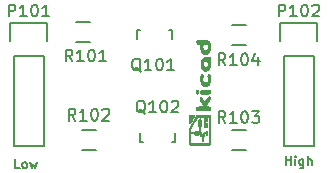
<source format=gto>
G04 #@! TF.FileFunction,Legend,Top*
%FSLAX46Y46*%
G04 Gerber Fmt 4.6, Leading zero omitted, Abs format (unit mm)*
G04 Created by KiCad (PCBNEW 0.201503020946+5465~21~ubuntu14.04.1-product) date Fri 20 Mar 2015 18:21:47 CET*
%MOMM*%
G01*
G04 APERTURE LIST*
%ADD10C,0.100000*%
%ADD11C,0.127000*%
%ADD12C,0.150000*%
G04 APERTURE END LIST*
D10*
D11*
X171631429Y-117184714D02*
X171631429Y-116422714D01*
X171631429Y-116785571D02*
X172066857Y-116785571D01*
X172066857Y-117184714D02*
X172066857Y-116422714D01*
X172429715Y-117184714D02*
X172429715Y-116676714D01*
X172429715Y-116422714D02*
X172393429Y-116459000D01*
X172429715Y-116495286D01*
X172466000Y-116459000D01*
X172429715Y-116422714D01*
X172429715Y-116495286D01*
X173119143Y-116676714D02*
X173119143Y-117293571D01*
X173082857Y-117366143D01*
X173046572Y-117402429D01*
X172974000Y-117438714D01*
X172865143Y-117438714D01*
X172792572Y-117402429D01*
X173119143Y-117148429D02*
X173046572Y-117184714D01*
X172901429Y-117184714D01*
X172828857Y-117148429D01*
X172792572Y-117112143D01*
X172756286Y-117039571D01*
X172756286Y-116821857D01*
X172792572Y-116749286D01*
X172828857Y-116713000D01*
X172901429Y-116676714D01*
X173046572Y-116676714D01*
X173119143Y-116713000D01*
X173482001Y-117184714D02*
X173482001Y-116422714D01*
X173808572Y-117184714D02*
X173808572Y-116785571D01*
X173772286Y-116713000D01*
X173699715Y-116676714D01*
X173590858Y-116676714D01*
X173518286Y-116713000D01*
X173482001Y-116749286D01*
X149098000Y-117438714D02*
X148735143Y-117438714D01*
X148735143Y-116676714D01*
X149460857Y-117438714D02*
X149388285Y-117402429D01*
X149352000Y-117366143D01*
X149315714Y-117293571D01*
X149315714Y-117075857D01*
X149352000Y-117003286D01*
X149388285Y-116967000D01*
X149460857Y-116930714D01*
X149569714Y-116930714D01*
X149642285Y-116967000D01*
X149678571Y-117003286D01*
X149714857Y-117075857D01*
X149714857Y-117293571D01*
X149678571Y-117366143D01*
X149642285Y-117402429D01*
X149569714Y-117438714D01*
X149460857Y-117438714D01*
X149968857Y-116930714D02*
X150114000Y-117438714D01*
X150259143Y-117075857D01*
X150404286Y-117438714D01*
X150549429Y-116930714D01*
D12*
X151130000Y-107950000D02*
X151130000Y-115570000D01*
X148590000Y-107950000D02*
X148590000Y-115570000D01*
X148310000Y-105130000D02*
X148310000Y-106680000D01*
X151130000Y-115570000D02*
X148590000Y-115570000D01*
X148590000Y-107950000D02*
X151130000Y-107950000D01*
X151410000Y-106680000D02*
X151410000Y-105130000D01*
X151410000Y-105130000D02*
X148310000Y-105130000D01*
X173990000Y-107950000D02*
X173990000Y-115570000D01*
X171450000Y-107950000D02*
X171450000Y-115570000D01*
X171170000Y-105130000D02*
X171170000Y-106680000D01*
X173990000Y-115570000D02*
X171450000Y-115570000D01*
X171450000Y-107950000D02*
X173990000Y-107950000D01*
X174270000Y-106680000D02*
X174270000Y-105130000D01*
X174270000Y-105130000D02*
X171170000Y-105130000D01*
X155032000Y-106793000D02*
X153832000Y-106793000D01*
X153832000Y-105043000D02*
X155032000Y-105043000D01*
X155540000Y-115937000D02*
X154340000Y-115937000D01*
X154340000Y-114187000D02*
X155540000Y-114187000D01*
X167040000Y-114187000D02*
X168240000Y-114187000D01*
X168240000Y-115937000D02*
X167040000Y-115937000D01*
X167040000Y-105297000D02*
X168240000Y-105297000D01*
X168240000Y-107047000D02*
X167040000Y-107047000D01*
X161827160Y-105775760D02*
X161778900Y-105775760D01*
X159028180Y-106476800D02*
X159028180Y-105775760D01*
X159028180Y-105775760D02*
X159277100Y-105775760D01*
X161827160Y-105775760D02*
X162027820Y-105775760D01*
X162027820Y-105775760D02*
X162027820Y-106476800D01*
X159482840Y-115204240D02*
X159531100Y-115204240D01*
X162281820Y-114503200D02*
X162281820Y-115204240D01*
X162281820Y-115204240D02*
X162032900Y-115204240D01*
X159482840Y-115204240D02*
X159282180Y-115204240D01*
X159282180Y-115204240D02*
X159282180Y-114503200D01*
D10*
G36*
X164886684Y-108053098D02*
X164978911Y-108054393D01*
X164980716Y-108054438D01*
X165203385Y-108060067D01*
X165227892Y-108107578D01*
X165249346Y-108171529D01*
X165251296Y-108238357D01*
X165233886Y-108302293D01*
X165222515Y-108324146D01*
X165204016Y-108357583D01*
X165200368Y-108373334D01*
X164826460Y-108373334D01*
X164756771Y-108378663D01*
X164703203Y-108395729D01*
X164662487Y-108426146D01*
X164632631Y-108469070D01*
X164608583Y-108538194D01*
X164601208Y-108615951D01*
X164609529Y-108694195D01*
X164632569Y-108764778D01*
X164669350Y-108819555D01*
X164675370Y-108825345D01*
X164708353Y-108843636D01*
X164754694Y-108854678D01*
X164808155Y-108858566D01*
X164862499Y-108855395D01*
X164911490Y-108845260D01*
X164948890Y-108828255D01*
X164957725Y-108821054D01*
X165000075Y-108764260D01*
X165027524Y-108694772D01*
X165039139Y-108618979D01*
X165033985Y-108543269D01*
X165011129Y-108474030D01*
X165009047Y-108469980D01*
X164976100Y-108422952D01*
X164933817Y-108392482D01*
X164878637Y-108376686D01*
X164826460Y-108373334D01*
X165200368Y-108373334D01*
X165198190Y-108382738D01*
X165202931Y-108414569D01*
X165207275Y-108432366D01*
X165214957Y-108480818D01*
X165220212Y-108548715D01*
X165221911Y-108614090D01*
X165220042Y-108692662D01*
X165212941Y-108755166D01*
X165198347Y-108819036D01*
X165192766Y-108839001D01*
X165149615Y-108957431D01*
X165094995Y-109050265D01*
X165028022Y-109118292D01*
X164947811Y-109162301D01*
X164853480Y-109183081D01*
X164805360Y-109185059D01*
X164723093Y-109176125D01*
X164652642Y-109148498D01*
X164587777Y-109099057D01*
X164547369Y-109055767D01*
X164489813Y-108969027D01*
X164448324Y-108866938D01*
X164422655Y-108754346D01*
X164412562Y-108636097D01*
X164417799Y-108517038D01*
X164438120Y-108402014D01*
X164473280Y-108295872D01*
X164523034Y-108203457D01*
X164587136Y-108129616D01*
X164594611Y-108123202D01*
X164626769Y-108099650D01*
X164661646Y-108081538D01*
X164702159Y-108068347D01*
X164751225Y-108059556D01*
X164811761Y-108054646D01*
X164886684Y-108053098D01*
X164886684Y-108053098D01*
X164886684Y-108053098D01*
G37*
X164886684Y-108053098D02*
X164978911Y-108054393D01*
X164980716Y-108054438D01*
X165203385Y-108060067D01*
X165227892Y-108107578D01*
X165249346Y-108171529D01*
X165251296Y-108238357D01*
X165233886Y-108302293D01*
X165222515Y-108324146D01*
X165204016Y-108357583D01*
X165200368Y-108373334D01*
X164826460Y-108373334D01*
X164756771Y-108378663D01*
X164703203Y-108395729D01*
X164662487Y-108426146D01*
X164632631Y-108469070D01*
X164608583Y-108538194D01*
X164601208Y-108615951D01*
X164609529Y-108694195D01*
X164632569Y-108764778D01*
X164669350Y-108819555D01*
X164675370Y-108825345D01*
X164708353Y-108843636D01*
X164754694Y-108854678D01*
X164808155Y-108858566D01*
X164862499Y-108855395D01*
X164911490Y-108845260D01*
X164948890Y-108828255D01*
X164957725Y-108821054D01*
X165000075Y-108764260D01*
X165027524Y-108694772D01*
X165039139Y-108618979D01*
X165033985Y-108543269D01*
X165011129Y-108474030D01*
X165009047Y-108469980D01*
X164976100Y-108422952D01*
X164933817Y-108392482D01*
X164878637Y-108376686D01*
X164826460Y-108373334D01*
X165200368Y-108373334D01*
X165198190Y-108382738D01*
X165202931Y-108414569D01*
X165207275Y-108432366D01*
X165214957Y-108480818D01*
X165220212Y-108548715D01*
X165221911Y-108614090D01*
X165220042Y-108692662D01*
X165212941Y-108755166D01*
X165198347Y-108819036D01*
X165192766Y-108839001D01*
X165149615Y-108957431D01*
X165094995Y-109050265D01*
X165028022Y-109118292D01*
X164947811Y-109162301D01*
X164853480Y-109183081D01*
X164805360Y-109185059D01*
X164723093Y-109176125D01*
X164652642Y-109148498D01*
X164587777Y-109099057D01*
X164547369Y-109055767D01*
X164489813Y-108969027D01*
X164448324Y-108866938D01*
X164422655Y-108754346D01*
X164412562Y-108636097D01*
X164417799Y-108517038D01*
X164438120Y-108402014D01*
X164473280Y-108295872D01*
X164523034Y-108203457D01*
X164587136Y-108129616D01*
X164594611Y-108123202D01*
X164626769Y-108099650D01*
X164661646Y-108081538D01*
X164702159Y-108068347D01*
X164751225Y-108059556D01*
X164811761Y-108054646D01*
X164886684Y-108053098D01*
X164886684Y-108053098D01*
G36*
X165131435Y-111336667D02*
X165162213Y-111350594D01*
X165193433Y-111385698D01*
X165217621Y-111431965D01*
X165226063Y-111463475D01*
X165229040Y-111498170D01*
X165225998Y-111531994D01*
X165215311Y-111568042D01*
X165195353Y-111609407D01*
X165164498Y-111659185D01*
X165121122Y-111720469D01*
X165063599Y-111796354D01*
X165025590Y-111845120D01*
X164973624Y-111912129D01*
X164927560Y-111972970D01*
X164889721Y-112024456D01*
X164862427Y-112063403D01*
X164848000Y-112086624D01*
X164846324Y-112091112D01*
X164852915Y-112112738D01*
X164869908Y-112146348D01*
X164879020Y-112161587D01*
X164893182Y-112183258D01*
X164906353Y-112198142D01*
X164922665Y-112207725D01*
X164946247Y-112213491D01*
X164981232Y-112216927D01*
X165031752Y-112219516D01*
X165041354Y-112219942D01*
X165095134Y-112222705D01*
X165132580Y-112226214D01*
X165157677Y-112231708D01*
X165174407Y-112240424D01*
X165186757Y-112253601D01*
X165196048Y-112268001D01*
X165218603Y-112323941D01*
X165228120Y-112388059D01*
X165222859Y-112445800D01*
X165208772Y-112482462D01*
X165191572Y-112513534D01*
X165186105Y-112520913D01*
X165179252Y-112527135D01*
X165169351Y-112532298D01*
X165154738Y-112536500D01*
X165133749Y-112539842D01*
X165104722Y-112542421D01*
X165065993Y-112544335D01*
X165015898Y-112545684D01*
X164952774Y-112546566D01*
X164874959Y-112547080D01*
X164780788Y-112547324D01*
X164668598Y-112547397D01*
X164620450Y-112547400D01*
X164071913Y-112547400D01*
X164047527Y-112496600D01*
X164028719Y-112435207D01*
X164024740Y-112368039D01*
X164034669Y-112304813D01*
X164057582Y-112255244D01*
X164071909Y-112239962D01*
X164086290Y-112235982D01*
X164118173Y-112231807D01*
X164164740Y-112227653D01*
X164223175Y-112223734D01*
X164290660Y-112220267D01*
X164364379Y-112217467D01*
X164367342Y-112217374D01*
X164645604Y-112208734D01*
X164493324Y-111927894D01*
X164448617Y-111844025D01*
X164408479Y-111766033D01*
X164375002Y-111698199D01*
X164350274Y-111644803D01*
X164336384Y-111610124D01*
X164334270Y-111602070D01*
X164334000Y-111548377D01*
X164344845Y-111489945D01*
X164363302Y-111441434D01*
X164377111Y-111422697D01*
X164402143Y-111409456D01*
X164430318Y-111404400D01*
X164445085Y-111407444D01*
X164461102Y-111418494D01*
X164480298Y-111440426D01*
X164504604Y-111476117D01*
X164535949Y-111528446D01*
X164576261Y-111600289D01*
X164627471Y-111694522D01*
X164637980Y-111714056D01*
X164708840Y-111845912D01*
X164810440Y-111713384D01*
X164887578Y-111613014D01*
X164950504Y-111531829D01*
X165000883Y-111467878D01*
X165040377Y-111419207D01*
X165070650Y-111383863D01*
X165093367Y-111359894D01*
X165110191Y-111345347D01*
X165122786Y-111338269D01*
X165131435Y-111336667D01*
X165131435Y-111336667D01*
X165131435Y-111336667D01*
G37*
X165131435Y-111336667D02*
X165162213Y-111350594D01*
X165193433Y-111385698D01*
X165217621Y-111431965D01*
X165226063Y-111463475D01*
X165229040Y-111498170D01*
X165225998Y-111531994D01*
X165215311Y-111568042D01*
X165195353Y-111609407D01*
X165164498Y-111659185D01*
X165121122Y-111720469D01*
X165063599Y-111796354D01*
X165025590Y-111845120D01*
X164973624Y-111912129D01*
X164927560Y-111972970D01*
X164889721Y-112024456D01*
X164862427Y-112063403D01*
X164848000Y-112086624D01*
X164846324Y-112091112D01*
X164852915Y-112112738D01*
X164869908Y-112146348D01*
X164879020Y-112161587D01*
X164893182Y-112183258D01*
X164906353Y-112198142D01*
X164922665Y-112207725D01*
X164946247Y-112213491D01*
X164981232Y-112216927D01*
X165031752Y-112219516D01*
X165041354Y-112219942D01*
X165095134Y-112222705D01*
X165132580Y-112226214D01*
X165157677Y-112231708D01*
X165174407Y-112240424D01*
X165186757Y-112253601D01*
X165196048Y-112268001D01*
X165218603Y-112323941D01*
X165228120Y-112388059D01*
X165222859Y-112445800D01*
X165208772Y-112482462D01*
X165191572Y-112513534D01*
X165186105Y-112520913D01*
X165179252Y-112527135D01*
X165169351Y-112532298D01*
X165154738Y-112536500D01*
X165133749Y-112539842D01*
X165104722Y-112542421D01*
X165065993Y-112544335D01*
X165015898Y-112545684D01*
X164952774Y-112546566D01*
X164874959Y-112547080D01*
X164780788Y-112547324D01*
X164668598Y-112547397D01*
X164620450Y-112547400D01*
X164071913Y-112547400D01*
X164047527Y-112496600D01*
X164028719Y-112435207D01*
X164024740Y-112368039D01*
X164034669Y-112304813D01*
X164057582Y-112255244D01*
X164071909Y-112239962D01*
X164086290Y-112235982D01*
X164118173Y-112231807D01*
X164164740Y-112227653D01*
X164223175Y-112223734D01*
X164290660Y-112220267D01*
X164364379Y-112217467D01*
X164367342Y-112217374D01*
X164645604Y-112208734D01*
X164493324Y-111927894D01*
X164448617Y-111844025D01*
X164408479Y-111766033D01*
X164375002Y-111698199D01*
X164350274Y-111644803D01*
X164336384Y-111610124D01*
X164334270Y-111602070D01*
X164334000Y-111548377D01*
X164344845Y-111489945D01*
X164363302Y-111441434D01*
X164377111Y-111422697D01*
X164402143Y-111409456D01*
X164430318Y-111404400D01*
X164445085Y-111407444D01*
X164461102Y-111418494D01*
X164480298Y-111440426D01*
X164504604Y-111476117D01*
X164535949Y-111528446D01*
X164576261Y-111600289D01*
X164627471Y-111694522D01*
X164637980Y-111714056D01*
X164708840Y-111845912D01*
X164810440Y-111713384D01*
X164887578Y-111613014D01*
X164950504Y-111531829D01*
X165000883Y-111467878D01*
X165040377Y-111419207D01*
X165070650Y-111383863D01*
X165093367Y-111359894D01*
X165110191Y-111345347D01*
X165122786Y-111338269D01*
X165131435Y-111336667D01*
X165131435Y-111336667D01*
G36*
X164632803Y-110796952D02*
X164706345Y-110797337D01*
X164797584Y-110798355D01*
X164817842Y-110798618D01*
X165170684Y-110803267D01*
X165196055Y-110845600D01*
X165218606Y-110901545D01*
X165228119Y-110965665D01*
X165222859Y-111023400D01*
X165208773Y-111060069D01*
X165191585Y-111091134D01*
X165184701Y-111100190D01*
X165175957Y-111107516D01*
X165163229Y-111113330D01*
X165144395Y-111117848D01*
X165117330Y-111121290D01*
X165079912Y-111123873D01*
X165030017Y-111125814D01*
X164965522Y-111127331D01*
X164884304Y-111128643D01*
X164817006Y-111129546D01*
X164722099Y-111130644D01*
X164645317Y-111131136D01*
X164584469Y-111130880D01*
X164537361Y-111129732D01*
X164501800Y-111127547D01*
X164475594Y-111124183D01*
X164456550Y-111119495D01*
X164442476Y-111113340D01*
X164431179Y-111105574D01*
X164429451Y-111104146D01*
X164394671Y-111059270D01*
X164376382Y-111002158D01*
X164374578Y-110940346D01*
X164389250Y-110881371D01*
X164420395Y-110832770D01*
X164429692Y-110824018D01*
X164440635Y-110815960D01*
X164453955Y-110809538D01*
X164471839Y-110804608D01*
X164496477Y-110801028D01*
X164530058Y-110798654D01*
X164574770Y-110797343D01*
X164632803Y-110796952D01*
X164632803Y-110796952D01*
X164632803Y-110796952D01*
G37*
X164632803Y-110796952D02*
X164706345Y-110797337D01*
X164797584Y-110798355D01*
X164817842Y-110798618D01*
X165170684Y-110803267D01*
X165196055Y-110845600D01*
X165218606Y-110901545D01*
X165228119Y-110965665D01*
X165222859Y-111023400D01*
X165208773Y-111060069D01*
X165191585Y-111091134D01*
X165184701Y-111100190D01*
X165175957Y-111107516D01*
X165163229Y-111113330D01*
X165144395Y-111117848D01*
X165117330Y-111121290D01*
X165079912Y-111123873D01*
X165030017Y-111125814D01*
X164965522Y-111127331D01*
X164884304Y-111128643D01*
X164817006Y-111129546D01*
X164722099Y-111130644D01*
X164645317Y-111131136D01*
X164584469Y-111130880D01*
X164537361Y-111129732D01*
X164501800Y-111127547D01*
X164475594Y-111124183D01*
X164456550Y-111119495D01*
X164442476Y-111113340D01*
X164431179Y-111105574D01*
X164429451Y-111104146D01*
X164394671Y-111059270D01*
X164376382Y-111002158D01*
X164374578Y-110940346D01*
X164389250Y-110881371D01*
X164420395Y-110832770D01*
X164429692Y-110824018D01*
X164440635Y-110815960D01*
X164453955Y-110809538D01*
X164471839Y-110804608D01*
X164496477Y-110801028D01*
X164530058Y-110798654D01*
X164574770Y-110797343D01*
X164632803Y-110796952D01*
X164632803Y-110796952D01*
G36*
X164510243Y-109462359D02*
X164547485Y-109478410D01*
X164577634Y-109516253D01*
X164597934Y-109572496D01*
X164600756Y-109640654D01*
X164586749Y-109711616D01*
X164568381Y-109801354D01*
X164564640Y-109897235D01*
X164575005Y-109989243D01*
X164598958Y-110067362D01*
X164605951Y-110081601D01*
X164639195Y-110129242D01*
X164681139Y-110161105D01*
X164735329Y-110179022D01*
X164805315Y-110184827D01*
X164805747Y-110184829D01*
X164878152Y-110178373D01*
X164934619Y-110157180D01*
X164977992Y-110119448D01*
X165011112Y-110063375D01*
X165016097Y-110051463D01*
X165033432Y-109982033D01*
X165039708Y-109896606D01*
X165034824Y-109807709D01*
X165018720Y-109728000D01*
X165002344Y-109660663D01*
X165000166Y-109604650D01*
X165011818Y-109547678D01*
X165013160Y-109543278D01*
X165038595Y-109494780D01*
X165074417Y-109467118D01*
X165112937Y-109466110D01*
X165114379Y-109466687D01*
X165144700Y-109495644D01*
X165172048Y-109552053D01*
X165195204Y-109629625D01*
X165212945Y-109722071D01*
X165224050Y-109823104D01*
X165227299Y-109926433D01*
X165222004Y-110020910D01*
X165198264Y-110149691D01*
X165157394Y-110264994D01*
X165101889Y-110362118D01*
X165034245Y-110436362D01*
X164982989Y-110471167D01*
X164880797Y-110509213D01*
X164778073Y-110517329D01*
X164678352Y-110495809D01*
X164585168Y-110444948D01*
X164574921Y-110437145D01*
X164506543Y-110365758D01*
X164451476Y-110272081D01*
X164410589Y-110160606D01*
X164384751Y-110035821D01*
X164374834Y-109902217D01*
X164381707Y-109764283D01*
X164406240Y-109626509D01*
X164412891Y-109601007D01*
X164441005Y-109524656D01*
X164474103Y-109478107D01*
X164510243Y-109462359D01*
X164510243Y-109462359D01*
X164510243Y-109462359D01*
G37*
X164510243Y-109462359D02*
X164547485Y-109478410D01*
X164577634Y-109516253D01*
X164597934Y-109572496D01*
X164600756Y-109640654D01*
X164586749Y-109711616D01*
X164568381Y-109801354D01*
X164564640Y-109897235D01*
X164575005Y-109989243D01*
X164598958Y-110067362D01*
X164605951Y-110081601D01*
X164639195Y-110129242D01*
X164681139Y-110161105D01*
X164735329Y-110179022D01*
X164805315Y-110184827D01*
X164805747Y-110184829D01*
X164878152Y-110178373D01*
X164934619Y-110157180D01*
X164977992Y-110119448D01*
X165011112Y-110063375D01*
X165016097Y-110051463D01*
X165033432Y-109982033D01*
X165039708Y-109896606D01*
X165034824Y-109807709D01*
X165018720Y-109728000D01*
X165002344Y-109660663D01*
X165000166Y-109604650D01*
X165011818Y-109547678D01*
X165013160Y-109543278D01*
X165038595Y-109494780D01*
X165074417Y-109467118D01*
X165112937Y-109466110D01*
X165114379Y-109466687D01*
X165144700Y-109495644D01*
X165172048Y-109552053D01*
X165195204Y-109629625D01*
X165212945Y-109722071D01*
X165224050Y-109823104D01*
X165227299Y-109926433D01*
X165222004Y-110020910D01*
X165198264Y-110149691D01*
X165157394Y-110264994D01*
X165101889Y-110362118D01*
X165034245Y-110436362D01*
X164982989Y-110471167D01*
X164880797Y-110509213D01*
X164778073Y-110517329D01*
X164678352Y-110495809D01*
X164585168Y-110444948D01*
X164574921Y-110437145D01*
X164506543Y-110365758D01*
X164451476Y-110272081D01*
X164410589Y-110160606D01*
X164384751Y-110035821D01*
X164374834Y-109902217D01*
X164381707Y-109764283D01*
X164406240Y-109626509D01*
X164412891Y-109601007D01*
X164441005Y-109524656D01*
X164474103Y-109478107D01*
X164510243Y-109462359D01*
X164510243Y-109462359D01*
G36*
X164662554Y-106581122D02*
X164736783Y-106581541D01*
X164800410Y-106582500D01*
X164851150Y-106583962D01*
X164886715Y-106585888D01*
X164904820Y-106588242D01*
X164906349Y-106588892D01*
X164930131Y-106597557D01*
X164938542Y-106597278D01*
X164959465Y-106601846D01*
X164992015Y-106617998D01*
X165029813Y-106641635D01*
X165066476Y-106668660D01*
X165095622Y-106694972D01*
X165102141Y-106702352D01*
X165119030Y-106729521D01*
X165123913Y-106751218D01*
X165123431Y-106753043D01*
X165123866Y-106761829D01*
X165128278Y-106758468D01*
X165141254Y-106762859D01*
X165158243Y-106792102D01*
X165176769Y-106838957D01*
X165194355Y-106896182D01*
X165195282Y-106900134D01*
X164787863Y-106900134D01*
X164650927Y-106900134D01*
X164617294Y-106956190D01*
X164584110Y-107032074D01*
X164567174Y-107117420D01*
X164566852Y-107204706D01*
X164583510Y-107286407D01*
X164599372Y-107324919D01*
X164641221Y-107384980D01*
X164695862Y-107423234D01*
X164764902Y-107440647D01*
X164794526Y-107442001D01*
X164856454Y-107437414D01*
X164905822Y-107421579D01*
X164949793Y-107391383D01*
X164979875Y-107361490D01*
X165016551Y-107302553D01*
X165038918Y-107226760D01*
X165046024Y-107142769D01*
X165036919Y-107059243D01*
X165019225Y-107002918D01*
X164999638Y-106964887D01*
X164975985Y-106937204D01*
X164944917Y-106918379D01*
X164903084Y-106906925D01*
X164847137Y-106901355D01*
X164787863Y-106900134D01*
X165195282Y-106900134D01*
X165208525Y-106956537D01*
X165216803Y-107012782D01*
X165217266Y-107018667D01*
X165220247Y-107053433D01*
X165224320Y-107094867D01*
X165226001Y-107141163D01*
X165224452Y-107203089D01*
X165222207Y-107238800D01*
X165208335Y-107333867D01*
X165183370Y-107432676D01*
X165151083Y-107522870D01*
X165115247Y-107592088D01*
X165113699Y-107594383D01*
X165083774Y-107631452D01*
X165044248Y-107671785D01*
X165008868Y-107702416D01*
X164980976Y-107723375D01*
X164957333Y-107737749D01*
X164933060Y-107746782D01*
X164903279Y-107751716D01*
X164863111Y-107753795D01*
X164807675Y-107754261D01*
X164805360Y-107754264D01*
X164746694Y-107753607D01*
X164703453Y-107750864D01*
X164670753Y-107745074D01*
X164643709Y-107735274D01*
X164617437Y-107720501D01*
X164610271Y-107715820D01*
X164540234Y-107652821D01*
X164481039Y-107567027D01*
X164434415Y-107463659D01*
X164402091Y-107347936D01*
X164385799Y-107225079D01*
X164387268Y-107100310D01*
X164392211Y-107057753D01*
X164401203Y-106999295D01*
X164409531Y-106951111D01*
X164413958Y-106929767D01*
X164415453Y-106918538D01*
X164411482Y-106910560D01*
X164399256Y-106905283D01*
X164375986Y-106902156D01*
X164338881Y-106900629D01*
X164285153Y-106900154D01*
X164263666Y-106900134D01*
X164203738Y-106899942D01*
X164160545Y-106898812D01*
X164130502Y-106895914D01*
X164110024Y-106890414D01*
X164095527Y-106881483D01*
X164083425Y-106868289D01*
X164074619Y-106856295D01*
X164049554Y-106801507D01*
X164042235Y-106737263D01*
X164052897Y-106671287D01*
X164067871Y-106634378D01*
X164092383Y-106586867D01*
X164491441Y-106582056D01*
X164580011Y-106581281D01*
X164662554Y-106581122D01*
X164662554Y-106581122D01*
X164662554Y-106581122D01*
G37*
X164662554Y-106581122D02*
X164736783Y-106581541D01*
X164800410Y-106582500D01*
X164851150Y-106583962D01*
X164886715Y-106585888D01*
X164904820Y-106588242D01*
X164906349Y-106588892D01*
X164930131Y-106597557D01*
X164938542Y-106597278D01*
X164959465Y-106601846D01*
X164992015Y-106617998D01*
X165029813Y-106641635D01*
X165066476Y-106668660D01*
X165095622Y-106694972D01*
X165102141Y-106702352D01*
X165119030Y-106729521D01*
X165123913Y-106751218D01*
X165123431Y-106753043D01*
X165123866Y-106761829D01*
X165128278Y-106758468D01*
X165141254Y-106762859D01*
X165158243Y-106792102D01*
X165176769Y-106838957D01*
X165194355Y-106896182D01*
X165195282Y-106900134D01*
X164787863Y-106900134D01*
X164650927Y-106900134D01*
X164617294Y-106956190D01*
X164584110Y-107032074D01*
X164567174Y-107117420D01*
X164566852Y-107204706D01*
X164583510Y-107286407D01*
X164599372Y-107324919D01*
X164641221Y-107384980D01*
X164695862Y-107423234D01*
X164764902Y-107440647D01*
X164794526Y-107442001D01*
X164856454Y-107437414D01*
X164905822Y-107421579D01*
X164949793Y-107391383D01*
X164979875Y-107361490D01*
X165016551Y-107302553D01*
X165038918Y-107226760D01*
X165046024Y-107142769D01*
X165036919Y-107059243D01*
X165019225Y-107002918D01*
X164999638Y-106964887D01*
X164975985Y-106937204D01*
X164944917Y-106918379D01*
X164903084Y-106906925D01*
X164847137Y-106901355D01*
X164787863Y-106900134D01*
X165195282Y-106900134D01*
X165208525Y-106956537D01*
X165216803Y-107012782D01*
X165217266Y-107018667D01*
X165220247Y-107053433D01*
X165224320Y-107094867D01*
X165226001Y-107141163D01*
X165224452Y-107203089D01*
X165222207Y-107238800D01*
X165208335Y-107333867D01*
X165183370Y-107432676D01*
X165151083Y-107522870D01*
X165115247Y-107592088D01*
X165113699Y-107594383D01*
X165083774Y-107631452D01*
X165044248Y-107671785D01*
X165008868Y-107702416D01*
X164980976Y-107723375D01*
X164957333Y-107737749D01*
X164933060Y-107746782D01*
X164903279Y-107751716D01*
X164863111Y-107753795D01*
X164807675Y-107754261D01*
X164805360Y-107754264D01*
X164746694Y-107753607D01*
X164703453Y-107750864D01*
X164670753Y-107745074D01*
X164643709Y-107735274D01*
X164617437Y-107720501D01*
X164610271Y-107715820D01*
X164540234Y-107652821D01*
X164481039Y-107567027D01*
X164434415Y-107463659D01*
X164402091Y-107347936D01*
X164385799Y-107225079D01*
X164387268Y-107100310D01*
X164392211Y-107057753D01*
X164401203Y-106999295D01*
X164409531Y-106951111D01*
X164413958Y-106929767D01*
X164415453Y-106918538D01*
X164411482Y-106910560D01*
X164399256Y-106905283D01*
X164375986Y-106902156D01*
X164338881Y-106900629D01*
X164285153Y-106900154D01*
X164263666Y-106900134D01*
X164203738Y-106899942D01*
X164160545Y-106898812D01*
X164130502Y-106895914D01*
X164110024Y-106890414D01*
X164095527Y-106881483D01*
X164083425Y-106868289D01*
X164074619Y-106856295D01*
X164049554Y-106801507D01*
X164042235Y-106737263D01*
X164052897Y-106671287D01*
X164067871Y-106634378D01*
X164092383Y-106586867D01*
X164491441Y-106582056D01*
X164580011Y-106581281D01*
X164662554Y-106581122D01*
X164662554Y-106581122D01*
G36*
X165152831Y-112911467D02*
X165187375Y-112969040D01*
X165221920Y-113026614D01*
X165221880Y-113097734D01*
X165110160Y-113097734D01*
X164618495Y-113097734D01*
X164126830Y-113097734D01*
X163918903Y-113449100D01*
X163860688Y-113547642D01*
X163802586Y-113646296D01*
X163747441Y-113740209D01*
X163698098Y-113824532D01*
X163657401Y-113894410D01*
X163628535Y-113944401D01*
X163546094Y-114088334D01*
X163545807Y-114685234D01*
X163545520Y-115282134D01*
X164327840Y-115282134D01*
X165110160Y-115282134D01*
X165110160Y-114189934D01*
X165110160Y-113097734D01*
X165221880Y-113097734D01*
X165221275Y-114175540D01*
X165221046Y-114370507D01*
X165220597Y-114556042D01*
X165219948Y-114729283D01*
X165219121Y-114887369D01*
X165218139Y-115027439D01*
X165217022Y-115146631D01*
X165215793Y-115242083D01*
X165214473Y-115310935D01*
X165213085Y-115350325D01*
X165212315Y-115358334D01*
X165198539Y-115394943D01*
X165181412Y-115426067D01*
X165176916Y-115432205D01*
X165171266Y-115437553D01*
X165163118Y-115442165D01*
X165151125Y-115446095D01*
X165133940Y-115449399D01*
X165110217Y-115452131D01*
X165078610Y-115454344D01*
X165037772Y-115456094D01*
X164986358Y-115457435D01*
X164923021Y-115458421D01*
X164846414Y-115459106D01*
X164755191Y-115459546D01*
X164648007Y-115459794D01*
X164523514Y-115459905D01*
X164380367Y-115459933D01*
X164343551Y-115459934D01*
X164189931Y-115459836D01*
X164055449Y-115459522D01*
X163938924Y-115458961D01*
X163839173Y-115458121D01*
X163755015Y-115456971D01*
X163685269Y-115455479D01*
X163628753Y-115453616D01*
X163584285Y-115451349D01*
X163550684Y-115448648D01*
X163526768Y-115445480D01*
X163511355Y-115441815D01*
X163503398Y-115437744D01*
X163489366Y-115424560D01*
X163477975Y-115410258D01*
X163468927Y-115391365D01*
X163461925Y-115364407D01*
X163456671Y-115325911D01*
X163452867Y-115272403D01*
X163450214Y-115200409D01*
X163448416Y-115106455D01*
X163447175Y-114987070D01*
X163446192Y-114838777D01*
X163445777Y-114765667D01*
X163445190Y-114625205D01*
X163445008Y-114492062D01*
X163445209Y-114370924D01*
X163445772Y-114266478D01*
X163446676Y-114183410D01*
X163447896Y-114126409D01*
X163448871Y-114105267D01*
X163450640Y-114081349D01*
X163452944Y-114060623D01*
X163457211Y-114040156D01*
X163464867Y-114017014D01*
X163477339Y-113988261D01*
X163496055Y-113950965D01*
X163522441Y-113902190D01*
X163557924Y-113839002D01*
X163603930Y-113758467D01*
X163661888Y-113657652D01*
X163691958Y-113605390D01*
X163735170Y-113530278D01*
X163787287Y-113439693D01*
X163843146Y-113342606D01*
X163897589Y-113247986D01*
X163925781Y-113198990D01*
X163969112Y-113124523D01*
X164009343Y-113056930D01*
X164043716Y-113000730D01*
X164069468Y-112960440D01*
X164083261Y-112941212D01*
X164090384Y-112934593D01*
X164100176Y-112929036D01*
X164114346Y-112924450D01*
X164134602Y-112920741D01*
X164162653Y-112917818D01*
X164200208Y-112915588D01*
X164248976Y-112913958D01*
X164310665Y-112912836D01*
X164386984Y-112912130D01*
X164479642Y-112911746D01*
X164590348Y-112911594D01*
X164631115Y-112911579D01*
X165152831Y-112911467D01*
X165152831Y-112911467D01*
X165152831Y-112911467D01*
G37*
X165152831Y-112911467D02*
X165187375Y-112969040D01*
X165221920Y-113026614D01*
X165221880Y-113097734D01*
X165110160Y-113097734D01*
X164618495Y-113097734D01*
X164126830Y-113097734D01*
X163918903Y-113449100D01*
X163860688Y-113547642D01*
X163802586Y-113646296D01*
X163747441Y-113740209D01*
X163698098Y-113824532D01*
X163657401Y-113894410D01*
X163628535Y-113944401D01*
X163546094Y-114088334D01*
X163545807Y-114685234D01*
X163545520Y-115282134D01*
X164327840Y-115282134D01*
X165110160Y-115282134D01*
X165110160Y-114189934D01*
X165110160Y-113097734D01*
X165221880Y-113097734D01*
X165221275Y-114175540D01*
X165221046Y-114370507D01*
X165220597Y-114556042D01*
X165219948Y-114729283D01*
X165219121Y-114887369D01*
X165218139Y-115027439D01*
X165217022Y-115146631D01*
X165215793Y-115242083D01*
X165214473Y-115310935D01*
X165213085Y-115350325D01*
X165212315Y-115358334D01*
X165198539Y-115394943D01*
X165181412Y-115426067D01*
X165176916Y-115432205D01*
X165171266Y-115437553D01*
X165163118Y-115442165D01*
X165151125Y-115446095D01*
X165133940Y-115449399D01*
X165110217Y-115452131D01*
X165078610Y-115454344D01*
X165037772Y-115456094D01*
X164986358Y-115457435D01*
X164923021Y-115458421D01*
X164846414Y-115459106D01*
X164755191Y-115459546D01*
X164648007Y-115459794D01*
X164523514Y-115459905D01*
X164380367Y-115459933D01*
X164343551Y-115459934D01*
X164189931Y-115459836D01*
X164055449Y-115459522D01*
X163938924Y-115458961D01*
X163839173Y-115458121D01*
X163755015Y-115456971D01*
X163685269Y-115455479D01*
X163628753Y-115453616D01*
X163584285Y-115451349D01*
X163550684Y-115448648D01*
X163526768Y-115445480D01*
X163511355Y-115441815D01*
X163503398Y-115437744D01*
X163489366Y-115424560D01*
X163477975Y-115410258D01*
X163468927Y-115391365D01*
X163461925Y-115364407D01*
X163456671Y-115325911D01*
X163452867Y-115272403D01*
X163450214Y-115200409D01*
X163448416Y-115106455D01*
X163447175Y-114987070D01*
X163446192Y-114838777D01*
X163445777Y-114765667D01*
X163445190Y-114625205D01*
X163445008Y-114492062D01*
X163445209Y-114370924D01*
X163445772Y-114266478D01*
X163446676Y-114183410D01*
X163447896Y-114126409D01*
X163448871Y-114105267D01*
X163450640Y-114081349D01*
X163452944Y-114060623D01*
X163457211Y-114040156D01*
X163464867Y-114017014D01*
X163477339Y-113988261D01*
X163496055Y-113950965D01*
X163522441Y-113902190D01*
X163557924Y-113839002D01*
X163603930Y-113758467D01*
X163661888Y-113657652D01*
X163691958Y-113605390D01*
X163735170Y-113530278D01*
X163787287Y-113439693D01*
X163843146Y-113342606D01*
X163897589Y-113247986D01*
X163925781Y-113198990D01*
X163969112Y-113124523D01*
X164009343Y-113056930D01*
X164043716Y-113000730D01*
X164069468Y-112960440D01*
X164083261Y-112941212D01*
X164090384Y-112934593D01*
X164100176Y-112929036D01*
X164114346Y-112924450D01*
X164134602Y-112920741D01*
X164162653Y-112917818D01*
X164200208Y-112915588D01*
X164248976Y-112913958D01*
X164310665Y-112912836D01*
X164386984Y-112912130D01*
X164479642Y-112911746D01*
X164590348Y-112911594D01*
X164631115Y-112911579D01*
X165152831Y-112911467D01*
X165152831Y-112911467D01*
G36*
X164103620Y-110806040D02*
X164144918Y-110806078D01*
X164183184Y-110829822D01*
X164210329Y-110871672D01*
X164224258Y-110934887D01*
X164223168Y-111004948D01*
X164207422Y-111066987D01*
X164205479Y-111071287D01*
X164174542Y-111113462D01*
X164137922Y-111129148D01*
X164100108Y-111121179D01*
X164065589Y-111092386D01*
X164038852Y-111045602D01*
X164024386Y-110983658D01*
X164023040Y-110956170D01*
X164031583Y-110907494D01*
X164053191Y-110858502D01*
X164081827Y-110820438D01*
X164103620Y-110806040D01*
X164103620Y-110806040D01*
X164103620Y-110806040D01*
G37*
X164103620Y-110806040D02*
X164144918Y-110806078D01*
X164183184Y-110829822D01*
X164210329Y-110871672D01*
X164224258Y-110934887D01*
X164223168Y-111004948D01*
X164207422Y-111066987D01*
X164205479Y-111071287D01*
X164174542Y-111113462D01*
X164137922Y-111129148D01*
X164100108Y-111121179D01*
X164065589Y-111092386D01*
X164038852Y-111045602D01*
X164024386Y-110983658D01*
X164023040Y-110956170D01*
X164031583Y-110907494D01*
X164053191Y-110858502D01*
X164081827Y-110820438D01*
X164103620Y-110806040D01*
X164103620Y-110806040D01*
G36*
X163668656Y-112911467D02*
X163735445Y-112911914D01*
X163784801Y-112913514D01*
X163819605Y-112916658D01*
X163842738Y-112921738D01*
X163857083Y-112929144D01*
X163864834Y-112938077D01*
X163876061Y-112960373D01*
X163881521Y-112983621D01*
X163880020Y-113010925D01*
X163870365Y-113045392D01*
X163851363Y-113090126D01*
X163821821Y-113148233D01*
X163780547Y-113222817D01*
X163726346Y-113316986D01*
X163705540Y-113352682D01*
X163650850Y-113446048D01*
X163608237Y-113517767D01*
X163575714Y-113570641D01*
X163551298Y-113607474D01*
X163533004Y-113631069D01*
X163518848Y-113644229D01*
X163506844Y-113649756D01*
X163495009Y-113650453D01*
X163494720Y-113650435D01*
X163459160Y-113648067D01*
X163456401Y-113300973D01*
X163455611Y-113182966D01*
X163455494Y-113094288D01*
X163456229Y-113030411D01*
X163457998Y-112986808D01*
X163460979Y-112958951D01*
X163465353Y-112942312D01*
X163471043Y-112932673D01*
X163485737Y-112924062D01*
X163514749Y-112917829D01*
X163559741Y-112913794D01*
X163622376Y-112911780D01*
X163668656Y-112911467D01*
X163668656Y-112911467D01*
X163668656Y-112911467D01*
G37*
X163668656Y-112911467D02*
X163735445Y-112911914D01*
X163784801Y-112913514D01*
X163819605Y-112916658D01*
X163842738Y-112921738D01*
X163857083Y-112929144D01*
X163864834Y-112938077D01*
X163876061Y-112960373D01*
X163881521Y-112983621D01*
X163880020Y-113010925D01*
X163870365Y-113045392D01*
X163851363Y-113090126D01*
X163821821Y-113148233D01*
X163780547Y-113222817D01*
X163726346Y-113316986D01*
X163705540Y-113352682D01*
X163650850Y-113446048D01*
X163608237Y-113517767D01*
X163575714Y-113570641D01*
X163551298Y-113607474D01*
X163533004Y-113631069D01*
X163518848Y-113644229D01*
X163506844Y-113649756D01*
X163495009Y-113650453D01*
X163494720Y-113650435D01*
X163459160Y-113648067D01*
X163456401Y-113300973D01*
X163455611Y-113182966D01*
X163455494Y-113094288D01*
X163456229Y-113030411D01*
X163457998Y-112986808D01*
X163460979Y-112958951D01*
X163465353Y-112942312D01*
X163471043Y-112932673D01*
X163485737Y-112924062D01*
X163514749Y-112917829D01*
X163559741Y-112913794D01*
X163622376Y-112911780D01*
X163668656Y-112911467D01*
X163668656Y-112911467D01*
G36*
X164703760Y-113216267D02*
X164710588Y-113217575D01*
X164715687Y-113224371D01*
X164719307Y-113240967D01*
X164721703Y-113271673D01*
X164723125Y-113320800D01*
X164723826Y-113392660D01*
X164724059Y-113491563D01*
X164724080Y-113563400D01*
X164724080Y-113910534D01*
X164846000Y-113910534D01*
X164897465Y-113910866D01*
X164931980Y-113912487D01*
X164952910Y-113916330D01*
X164963623Y-113923333D01*
X164967486Y-113934430D01*
X164967920Y-113944401D01*
X164966864Y-113957802D01*
X164961617Y-113967109D01*
X164949055Y-113973065D01*
X164926055Y-113976414D01*
X164889495Y-113977899D01*
X164836252Y-113978263D01*
X164825680Y-113978267D01*
X164683440Y-113978267D01*
X164683440Y-113597267D01*
X164683505Y-113474328D01*
X164683846Y-113381140D01*
X164684683Y-113313586D01*
X164686236Y-113267550D01*
X164688724Y-113238916D01*
X164692366Y-113223569D01*
X164697383Y-113217391D01*
X164703760Y-113216267D01*
X164703760Y-113216267D01*
X164703760Y-113216267D01*
G37*
X164703760Y-113216267D02*
X164710588Y-113217575D01*
X164715687Y-113224371D01*
X164719307Y-113240967D01*
X164721703Y-113271673D01*
X164723125Y-113320800D01*
X164723826Y-113392660D01*
X164724059Y-113491563D01*
X164724080Y-113563400D01*
X164724080Y-113910534D01*
X164846000Y-113910534D01*
X164897465Y-113910866D01*
X164931980Y-113912487D01*
X164952910Y-113916330D01*
X164963623Y-113923333D01*
X164967486Y-113934430D01*
X164967920Y-113944401D01*
X164966864Y-113957802D01*
X164961617Y-113967109D01*
X164949055Y-113973065D01*
X164926055Y-113976414D01*
X164889495Y-113977899D01*
X164836252Y-113978263D01*
X164825680Y-113978267D01*
X164683440Y-113978267D01*
X164683440Y-113597267D01*
X164683505Y-113474328D01*
X164683846Y-113381140D01*
X164684683Y-113313586D01*
X164686236Y-113267550D01*
X164688724Y-113238916D01*
X164692366Y-113223569D01*
X164697383Y-113217391D01*
X164703760Y-113216267D01*
X164703760Y-113216267D01*
G36*
X164343746Y-113199288D02*
X164396753Y-113288743D01*
X164423914Y-113335798D01*
X164439730Y-113370099D01*
X164440139Y-113371876D01*
X164347787Y-113371876D01*
X164331875Y-113377520D01*
X164330106Y-113379314D01*
X164322155Y-113392925D01*
X164316690Y-113418121D01*
X164313110Y-113461012D01*
X164310812Y-113527707D01*
X164309727Y-113586373D01*
X164306854Y-113775067D01*
X164342747Y-113775067D01*
X164378640Y-113775067D01*
X164378316Y-113601501D01*
X164377131Y-113510708D01*
X164373702Y-113448263D01*
X164367628Y-113408784D01*
X164362803Y-113394441D01*
X164347787Y-113371876D01*
X164440139Y-113371876D01*
X164447266Y-113402766D01*
X164449590Y-113444916D01*
X164449760Y-113480898D01*
X164448984Y-113547261D01*
X164446926Y-113631635D01*
X164443989Y-113718283D01*
X164443158Y-113738599D01*
X164436557Y-113893601D01*
X164407333Y-113893601D01*
X164378110Y-113893601D01*
X164380915Y-114151834D01*
X164383720Y-114410067D01*
X164416766Y-114410641D01*
X164437071Y-114415990D01*
X164458365Y-114434446D01*
X164485036Y-114470725D01*
X164510746Y-114511711D01*
X164571680Y-114612207D01*
X164632067Y-114512611D01*
X164661010Y-114466107D01*
X164684222Y-114435356D01*
X164707229Y-114416997D01*
X164735560Y-114407670D01*
X164774745Y-114404012D01*
X164812336Y-114403012D01*
X164885352Y-114401600D01*
X164888536Y-114346567D01*
X164894294Y-114306470D01*
X164906688Y-114293576D01*
X164909500Y-114293650D01*
X164934284Y-114296774D01*
X164942520Y-114297884D01*
X164949986Y-114305144D01*
X164954632Y-114328292D01*
X164957030Y-114373157D01*
X164957756Y-114445568D01*
X164957760Y-114452400D01*
X164957760Y-114604800D01*
X164922200Y-114604800D01*
X164898308Y-114601969D01*
X164888509Y-114587605D01*
X164886640Y-114554000D01*
X164886640Y-114503200D01*
X164807260Y-114503200D01*
X164766399Y-114504154D01*
X164740018Y-114508747D01*
X164722287Y-114519572D01*
X164707378Y-114539227D01*
X164700580Y-114550694D01*
X164680146Y-114589535D01*
X164675662Y-114611087D01*
X164687688Y-114620182D01*
X164708840Y-114621734D01*
X164732739Y-114624589D01*
X164742542Y-114638926D01*
X164744400Y-114671792D01*
X164744400Y-114721850D01*
X164670740Y-114726825D01*
X164597080Y-114731801D01*
X164594217Y-114930767D01*
X164591355Y-115129734D01*
X164561197Y-115129734D01*
X164531040Y-115129734D01*
X164531040Y-114926534D01*
X164531040Y-114723334D01*
X164459920Y-114723334D01*
X164388800Y-114723334D01*
X164388800Y-114672534D01*
X164390404Y-114639960D01*
X164399101Y-114625480D01*
X164420713Y-114621814D01*
X164429440Y-114621734D01*
X164458465Y-114618154D01*
X164468364Y-114605235D01*
X164460001Y-114579705D01*
X164446565Y-114556952D01*
X164433267Y-114539610D01*
X164417066Y-114528706D01*
X164393186Y-114522798D01*
X164356850Y-114520443D01*
X164324645Y-114520134D01*
X164226240Y-114520134D01*
X164226240Y-114570934D01*
X164226240Y-114621734D01*
X164064323Y-114621734D01*
X163902407Y-114621734D01*
X163899223Y-114566700D01*
X163896040Y-114511667D01*
X163766500Y-114506928D01*
X163636960Y-114502189D01*
X163636960Y-114451895D01*
X163636960Y-114401600D01*
X163769040Y-114401600D01*
X163901120Y-114401600D01*
X163901120Y-114350800D01*
X163901120Y-114300000D01*
X164063036Y-114300000D01*
X164224952Y-114300000D01*
X164228136Y-114355034D01*
X164231803Y-114389882D01*
X164238517Y-114401600D01*
X164165280Y-114401600D01*
X164063680Y-114401600D01*
X163962080Y-114401600D01*
X163962080Y-114452400D01*
X163962080Y-114503200D01*
X164063680Y-114503200D01*
X164165280Y-114503200D01*
X164165280Y-114452400D01*
X164165280Y-114401600D01*
X164238517Y-114401600D01*
X164241507Y-114406818D01*
X164263360Y-114413783D01*
X164274500Y-114415274D01*
X164317679Y-114420481D01*
X164317680Y-114157041D01*
X164317680Y-113893601D01*
X164277040Y-113893601D01*
X164236400Y-113893601D01*
X164236400Y-113634789D01*
X164236400Y-113375977D01*
X164290073Y-113287632D01*
X164343746Y-113199288D01*
X164343746Y-113199288D01*
X164343746Y-113199288D01*
G37*
X164343746Y-113199288D02*
X164396753Y-113288743D01*
X164423914Y-113335798D01*
X164439730Y-113370099D01*
X164440139Y-113371876D01*
X164347787Y-113371876D01*
X164331875Y-113377520D01*
X164330106Y-113379314D01*
X164322155Y-113392925D01*
X164316690Y-113418121D01*
X164313110Y-113461012D01*
X164310812Y-113527707D01*
X164309727Y-113586373D01*
X164306854Y-113775067D01*
X164342747Y-113775067D01*
X164378640Y-113775067D01*
X164378316Y-113601501D01*
X164377131Y-113510708D01*
X164373702Y-113448263D01*
X164367628Y-113408784D01*
X164362803Y-113394441D01*
X164347787Y-113371876D01*
X164440139Y-113371876D01*
X164447266Y-113402766D01*
X164449590Y-113444916D01*
X164449760Y-113480898D01*
X164448984Y-113547261D01*
X164446926Y-113631635D01*
X164443989Y-113718283D01*
X164443158Y-113738599D01*
X164436557Y-113893601D01*
X164407333Y-113893601D01*
X164378110Y-113893601D01*
X164380915Y-114151834D01*
X164383720Y-114410067D01*
X164416766Y-114410641D01*
X164437071Y-114415990D01*
X164458365Y-114434446D01*
X164485036Y-114470725D01*
X164510746Y-114511711D01*
X164571680Y-114612207D01*
X164632067Y-114512611D01*
X164661010Y-114466107D01*
X164684222Y-114435356D01*
X164707229Y-114416997D01*
X164735560Y-114407670D01*
X164774745Y-114404012D01*
X164812336Y-114403012D01*
X164885352Y-114401600D01*
X164888536Y-114346567D01*
X164894294Y-114306470D01*
X164906688Y-114293576D01*
X164909500Y-114293650D01*
X164934284Y-114296774D01*
X164942520Y-114297884D01*
X164949986Y-114305144D01*
X164954632Y-114328292D01*
X164957030Y-114373157D01*
X164957756Y-114445568D01*
X164957760Y-114452400D01*
X164957760Y-114604800D01*
X164922200Y-114604800D01*
X164898308Y-114601969D01*
X164888509Y-114587605D01*
X164886640Y-114554000D01*
X164886640Y-114503200D01*
X164807260Y-114503200D01*
X164766399Y-114504154D01*
X164740018Y-114508747D01*
X164722287Y-114519572D01*
X164707378Y-114539227D01*
X164700580Y-114550694D01*
X164680146Y-114589535D01*
X164675662Y-114611087D01*
X164687688Y-114620182D01*
X164708840Y-114621734D01*
X164732739Y-114624589D01*
X164742542Y-114638926D01*
X164744400Y-114671792D01*
X164744400Y-114721850D01*
X164670740Y-114726825D01*
X164597080Y-114731801D01*
X164594217Y-114930767D01*
X164591355Y-115129734D01*
X164561197Y-115129734D01*
X164531040Y-115129734D01*
X164531040Y-114926534D01*
X164531040Y-114723334D01*
X164459920Y-114723334D01*
X164388800Y-114723334D01*
X164388800Y-114672534D01*
X164390404Y-114639960D01*
X164399101Y-114625480D01*
X164420713Y-114621814D01*
X164429440Y-114621734D01*
X164458465Y-114618154D01*
X164468364Y-114605235D01*
X164460001Y-114579705D01*
X164446565Y-114556952D01*
X164433267Y-114539610D01*
X164417066Y-114528706D01*
X164393186Y-114522798D01*
X164356850Y-114520443D01*
X164324645Y-114520134D01*
X164226240Y-114520134D01*
X164226240Y-114570934D01*
X164226240Y-114621734D01*
X164064323Y-114621734D01*
X163902407Y-114621734D01*
X163899223Y-114566700D01*
X163896040Y-114511667D01*
X163766500Y-114506928D01*
X163636960Y-114502189D01*
X163636960Y-114451895D01*
X163636960Y-114401600D01*
X163769040Y-114401600D01*
X163901120Y-114401600D01*
X163901120Y-114350800D01*
X163901120Y-114300000D01*
X164063036Y-114300000D01*
X164224952Y-114300000D01*
X164228136Y-114355034D01*
X164231803Y-114389882D01*
X164238517Y-114401600D01*
X164165280Y-114401600D01*
X164063680Y-114401600D01*
X163962080Y-114401600D01*
X163962080Y-114452400D01*
X163962080Y-114503200D01*
X164063680Y-114503200D01*
X164165280Y-114503200D01*
X164165280Y-114452400D01*
X164165280Y-114401600D01*
X164238517Y-114401600D01*
X164241507Y-114406818D01*
X164263360Y-114413783D01*
X164274500Y-114415274D01*
X164317679Y-114420481D01*
X164317680Y-114157041D01*
X164317680Y-113893601D01*
X164277040Y-113893601D01*
X164236400Y-113893601D01*
X164236400Y-113634789D01*
X164236400Y-113375977D01*
X164290073Y-113287632D01*
X164343746Y-113199288D01*
X164343746Y-113199288D01*
G36*
X164957760Y-113233200D02*
X164957760Y-113334800D01*
X164957760Y-113436400D01*
X164922200Y-113436400D01*
X164886640Y-113436400D01*
X164886640Y-113334800D01*
X164886640Y-113233200D01*
X164922200Y-113233200D01*
X164957760Y-113233200D01*
X164957760Y-113233200D01*
X164957760Y-113233200D01*
G37*
X164957760Y-113233200D02*
X164957760Y-113334800D01*
X164957760Y-113436400D01*
X164922200Y-113436400D01*
X164886640Y-113436400D01*
X164886640Y-113334800D01*
X164886640Y-113233200D01*
X164922200Y-113233200D01*
X164957760Y-113233200D01*
X164957760Y-113233200D01*
G36*
X164922200Y-113656534D02*
X164935853Y-113658464D01*
X164943459Y-113669355D01*
X164946780Y-113696858D01*
X164947585Y-113748624D01*
X164947600Y-113766601D01*
X164947154Y-113825768D01*
X164944641Y-113858723D01*
X164938294Y-113873118D01*
X164926348Y-113876604D01*
X164922200Y-113876667D01*
X164908546Y-113874737D01*
X164900940Y-113863846D01*
X164897619Y-113836343D01*
X164896814Y-113784577D01*
X164896800Y-113766601D01*
X164897245Y-113707433D01*
X164899758Y-113674478D01*
X164906105Y-113660083D01*
X164918051Y-113656597D01*
X164922200Y-113656534D01*
X164922200Y-113656534D01*
X164922200Y-113656534D01*
G37*
X164922200Y-113656534D02*
X164935853Y-113658464D01*
X164943459Y-113669355D01*
X164946780Y-113696858D01*
X164947585Y-113748624D01*
X164947600Y-113766601D01*
X164947154Y-113825768D01*
X164944641Y-113858723D01*
X164938294Y-113873118D01*
X164926348Y-113876604D01*
X164922200Y-113876667D01*
X164908546Y-113874737D01*
X164900940Y-113863846D01*
X164897619Y-113836343D01*
X164896814Y-113784577D01*
X164896800Y-113766601D01*
X164897245Y-113707433D01*
X164899758Y-113674478D01*
X164906105Y-113660083D01*
X164918051Y-113656597D01*
X164922200Y-113656534D01*
X164922200Y-113656534D01*
G36*
X164779960Y-113656534D02*
X164794037Y-113658685D01*
X164801637Y-113670440D01*
X164804748Y-113699752D01*
X164805359Y-113754573D01*
X164805360Y-113758134D01*
X164804822Y-113814442D01*
X164801883Y-113844843D01*
X164794555Y-113857288D01*
X164780850Y-113859732D01*
X164779960Y-113859734D01*
X164765882Y-113857583D01*
X164758282Y-113845827D01*
X164755171Y-113816516D01*
X164754560Y-113761695D01*
X164754560Y-113758134D01*
X164755097Y-113701826D01*
X164758036Y-113671425D01*
X164765364Y-113658979D01*
X164779069Y-113656536D01*
X164779960Y-113656534D01*
X164779960Y-113656534D01*
X164779960Y-113656534D01*
G37*
X164779960Y-113656534D02*
X164794037Y-113658685D01*
X164801637Y-113670440D01*
X164804748Y-113699752D01*
X164805359Y-113754573D01*
X164805360Y-113758134D01*
X164804822Y-113814442D01*
X164801883Y-113844843D01*
X164794555Y-113857288D01*
X164780850Y-113859732D01*
X164779960Y-113859734D01*
X164765882Y-113857583D01*
X164758282Y-113845827D01*
X164755171Y-113816516D01*
X164754560Y-113761695D01*
X164754560Y-113758134D01*
X164755097Y-113701826D01*
X164758036Y-113671425D01*
X164765364Y-113658979D01*
X164779069Y-113656536D01*
X164779960Y-113656534D01*
X164779960Y-113656534D01*
G36*
X164793288Y-113235246D02*
X164800004Y-113242605D01*
X164803612Y-113264580D01*
X164805076Y-113307419D01*
X164805359Y-113377370D01*
X164805360Y-113384423D01*
X164805170Y-113456899D01*
X164803874Y-113502002D01*
X164800381Y-113526223D01*
X164793602Y-113536054D01*
X164782444Y-113537990D01*
X164779564Y-113538000D01*
X164753768Y-113538000D01*
X164756704Y-113389834D01*
X164758468Y-113318575D01*
X164761073Y-113274351D01*
X164765668Y-113250334D01*
X164773400Y-113239696D01*
X164782500Y-113236256D01*
X164793288Y-113235246D01*
X164793288Y-113235246D01*
X164793288Y-113235246D01*
G37*
X164793288Y-113235246D02*
X164800004Y-113242605D01*
X164803612Y-113264580D01*
X164805076Y-113307419D01*
X164805359Y-113377370D01*
X164805360Y-113384423D01*
X164805170Y-113456899D01*
X164803874Y-113502002D01*
X164800381Y-113526223D01*
X164793602Y-113536054D01*
X164782444Y-113537990D01*
X164779564Y-113538000D01*
X164753768Y-113538000D01*
X164756704Y-113389834D01*
X164758468Y-113318575D01*
X164761073Y-113274351D01*
X164765668Y-113250334D01*
X164773400Y-113239696D01*
X164782500Y-113236256D01*
X164793288Y-113235246D01*
X164793288Y-113235246D01*
D12*
X148169524Y-104592381D02*
X148169524Y-103592381D01*
X148550477Y-103592381D01*
X148645715Y-103640000D01*
X148693334Y-103687619D01*
X148740953Y-103782857D01*
X148740953Y-103925714D01*
X148693334Y-104020952D01*
X148645715Y-104068571D01*
X148550477Y-104116190D01*
X148169524Y-104116190D01*
X149693334Y-104592381D02*
X149121905Y-104592381D01*
X149407619Y-104592381D02*
X149407619Y-103592381D01*
X149312381Y-103735238D01*
X149217143Y-103830476D01*
X149121905Y-103878095D01*
X150312381Y-103592381D02*
X150407620Y-103592381D01*
X150502858Y-103640000D01*
X150550477Y-103687619D01*
X150598096Y-103782857D01*
X150645715Y-103973333D01*
X150645715Y-104211429D01*
X150598096Y-104401905D01*
X150550477Y-104497143D01*
X150502858Y-104544762D01*
X150407620Y-104592381D01*
X150312381Y-104592381D01*
X150217143Y-104544762D01*
X150169524Y-104497143D01*
X150121905Y-104401905D01*
X150074286Y-104211429D01*
X150074286Y-103973333D01*
X150121905Y-103782857D01*
X150169524Y-103687619D01*
X150217143Y-103640000D01*
X150312381Y-103592381D01*
X151598096Y-104592381D02*
X151026667Y-104592381D01*
X151312381Y-104592381D02*
X151312381Y-103592381D01*
X151217143Y-103735238D01*
X151121905Y-103830476D01*
X151026667Y-103878095D01*
X171029524Y-104592381D02*
X171029524Y-103592381D01*
X171410477Y-103592381D01*
X171505715Y-103640000D01*
X171553334Y-103687619D01*
X171600953Y-103782857D01*
X171600953Y-103925714D01*
X171553334Y-104020952D01*
X171505715Y-104068571D01*
X171410477Y-104116190D01*
X171029524Y-104116190D01*
X172553334Y-104592381D02*
X171981905Y-104592381D01*
X172267619Y-104592381D02*
X172267619Y-103592381D01*
X172172381Y-103735238D01*
X172077143Y-103830476D01*
X171981905Y-103878095D01*
X173172381Y-103592381D02*
X173267620Y-103592381D01*
X173362858Y-103640000D01*
X173410477Y-103687619D01*
X173458096Y-103782857D01*
X173505715Y-103973333D01*
X173505715Y-104211429D01*
X173458096Y-104401905D01*
X173410477Y-104497143D01*
X173362858Y-104544762D01*
X173267620Y-104592381D01*
X173172381Y-104592381D01*
X173077143Y-104544762D01*
X173029524Y-104497143D01*
X172981905Y-104401905D01*
X172934286Y-104211429D01*
X172934286Y-103973333D01*
X172981905Y-103782857D01*
X173029524Y-103687619D01*
X173077143Y-103640000D01*
X173172381Y-103592381D01*
X173886667Y-103687619D02*
X173934286Y-103640000D01*
X174029524Y-103592381D01*
X174267620Y-103592381D01*
X174362858Y-103640000D01*
X174410477Y-103687619D01*
X174458096Y-103782857D01*
X174458096Y-103878095D01*
X174410477Y-104020952D01*
X173839048Y-104592381D01*
X174458096Y-104592381D01*
X153566953Y-108402381D02*
X153233619Y-107926190D01*
X152995524Y-108402381D02*
X152995524Y-107402381D01*
X153376477Y-107402381D01*
X153471715Y-107450000D01*
X153519334Y-107497619D01*
X153566953Y-107592857D01*
X153566953Y-107735714D01*
X153519334Y-107830952D01*
X153471715Y-107878571D01*
X153376477Y-107926190D01*
X152995524Y-107926190D01*
X154519334Y-108402381D02*
X153947905Y-108402381D01*
X154233619Y-108402381D02*
X154233619Y-107402381D01*
X154138381Y-107545238D01*
X154043143Y-107640476D01*
X153947905Y-107688095D01*
X155138381Y-107402381D02*
X155233620Y-107402381D01*
X155328858Y-107450000D01*
X155376477Y-107497619D01*
X155424096Y-107592857D01*
X155471715Y-107783333D01*
X155471715Y-108021429D01*
X155424096Y-108211905D01*
X155376477Y-108307143D01*
X155328858Y-108354762D01*
X155233620Y-108402381D01*
X155138381Y-108402381D01*
X155043143Y-108354762D01*
X154995524Y-108307143D01*
X154947905Y-108211905D01*
X154900286Y-108021429D01*
X154900286Y-107783333D01*
X154947905Y-107592857D01*
X154995524Y-107497619D01*
X155043143Y-107450000D01*
X155138381Y-107402381D01*
X156424096Y-108402381D02*
X155852667Y-108402381D01*
X156138381Y-108402381D02*
X156138381Y-107402381D01*
X156043143Y-107545238D01*
X155947905Y-107640476D01*
X155852667Y-107688095D01*
X153820953Y-113414381D02*
X153487619Y-112938190D01*
X153249524Y-113414381D02*
X153249524Y-112414381D01*
X153630477Y-112414381D01*
X153725715Y-112462000D01*
X153773334Y-112509619D01*
X153820953Y-112604857D01*
X153820953Y-112747714D01*
X153773334Y-112842952D01*
X153725715Y-112890571D01*
X153630477Y-112938190D01*
X153249524Y-112938190D01*
X154773334Y-113414381D02*
X154201905Y-113414381D01*
X154487619Y-113414381D02*
X154487619Y-112414381D01*
X154392381Y-112557238D01*
X154297143Y-112652476D01*
X154201905Y-112700095D01*
X155392381Y-112414381D02*
X155487620Y-112414381D01*
X155582858Y-112462000D01*
X155630477Y-112509619D01*
X155678096Y-112604857D01*
X155725715Y-112795333D01*
X155725715Y-113033429D01*
X155678096Y-113223905D01*
X155630477Y-113319143D01*
X155582858Y-113366762D01*
X155487620Y-113414381D01*
X155392381Y-113414381D01*
X155297143Y-113366762D01*
X155249524Y-113319143D01*
X155201905Y-113223905D01*
X155154286Y-113033429D01*
X155154286Y-112795333D01*
X155201905Y-112604857D01*
X155249524Y-112509619D01*
X155297143Y-112462000D01*
X155392381Y-112414381D01*
X156106667Y-112509619D02*
X156154286Y-112462000D01*
X156249524Y-112414381D01*
X156487620Y-112414381D01*
X156582858Y-112462000D01*
X156630477Y-112509619D01*
X156678096Y-112604857D01*
X156678096Y-112700095D01*
X156630477Y-112842952D01*
X156059048Y-113414381D01*
X156678096Y-113414381D01*
X166520953Y-113609381D02*
X166187619Y-113133190D01*
X165949524Y-113609381D02*
X165949524Y-112609381D01*
X166330477Y-112609381D01*
X166425715Y-112657000D01*
X166473334Y-112704619D01*
X166520953Y-112799857D01*
X166520953Y-112942714D01*
X166473334Y-113037952D01*
X166425715Y-113085571D01*
X166330477Y-113133190D01*
X165949524Y-113133190D01*
X167473334Y-113609381D02*
X166901905Y-113609381D01*
X167187619Y-113609381D02*
X167187619Y-112609381D01*
X167092381Y-112752238D01*
X166997143Y-112847476D01*
X166901905Y-112895095D01*
X168092381Y-112609381D02*
X168187620Y-112609381D01*
X168282858Y-112657000D01*
X168330477Y-112704619D01*
X168378096Y-112799857D01*
X168425715Y-112990333D01*
X168425715Y-113228429D01*
X168378096Y-113418905D01*
X168330477Y-113514143D01*
X168282858Y-113561762D01*
X168187620Y-113609381D01*
X168092381Y-113609381D01*
X167997143Y-113561762D01*
X167949524Y-113514143D01*
X167901905Y-113418905D01*
X167854286Y-113228429D01*
X167854286Y-112990333D01*
X167901905Y-112799857D01*
X167949524Y-112704619D01*
X167997143Y-112657000D01*
X168092381Y-112609381D01*
X168759048Y-112609381D02*
X169378096Y-112609381D01*
X169044762Y-112990333D01*
X169187620Y-112990333D01*
X169282858Y-113037952D01*
X169330477Y-113085571D01*
X169378096Y-113180810D01*
X169378096Y-113418905D01*
X169330477Y-113514143D01*
X169282858Y-113561762D01*
X169187620Y-113609381D01*
X168901905Y-113609381D01*
X168806667Y-113561762D01*
X168759048Y-113514143D01*
X166520953Y-108724381D02*
X166187619Y-108248190D01*
X165949524Y-108724381D02*
X165949524Y-107724381D01*
X166330477Y-107724381D01*
X166425715Y-107772000D01*
X166473334Y-107819619D01*
X166520953Y-107914857D01*
X166520953Y-108057714D01*
X166473334Y-108152952D01*
X166425715Y-108200571D01*
X166330477Y-108248190D01*
X165949524Y-108248190D01*
X167473334Y-108724381D02*
X166901905Y-108724381D01*
X167187619Y-108724381D02*
X167187619Y-107724381D01*
X167092381Y-107867238D01*
X166997143Y-107962476D01*
X166901905Y-108010095D01*
X168092381Y-107724381D02*
X168187620Y-107724381D01*
X168282858Y-107772000D01*
X168330477Y-107819619D01*
X168378096Y-107914857D01*
X168425715Y-108105333D01*
X168425715Y-108343429D01*
X168378096Y-108533905D01*
X168330477Y-108629143D01*
X168282858Y-108676762D01*
X168187620Y-108724381D01*
X168092381Y-108724381D01*
X167997143Y-108676762D01*
X167949524Y-108629143D01*
X167901905Y-108533905D01*
X167854286Y-108343429D01*
X167854286Y-108105333D01*
X167901905Y-107914857D01*
X167949524Y-107819619D01*
X167997143Y-107772000D01*
X168092381Y-107724381D01*
X169282858Y-108057714D02*
X169282858Y-108724381D01*
X169044762Y-107676762D02*
X168806667Y-108391048D01*
X169425715Y-108391048D01*
X159353381Y-109259619D02*
X159258143Y-109212000D01*
X159162905Y-109116762D01*
X159020048Y-108973905D01*
X158924809Y-108926286D01*
X158829571Y-108926286D01*
X158877190Y-109164381D02*
X158781952Y-109116762D01*
X158686714Y-109021524D01*
X158639095Y-108831048D01*
X158639095Y-108497714D01*
X158686714Y-108307238D01*
X158781952Y-108212000D01*
X158877190Y-108164381D01*
X159067667Y-108164381D01*
X159162905Y-108212000D01*
X159258143Y-108307238D01*
X159305762Y-108497714D01*
X159305762Y-108831048D01*
X159258143Y-109021524D01*
X159162905Y-109116762D01*
X159067667Y-109164381D01*
X158877190Y-109164381D01*
X160258143Y-109164381D02*
X159686714Y-109164381D01*
X159972428Y-109164381D02*
X159972428Y-108164381D01*
X159877190Y-108307238D01*
X159781952Y-108402476D01*
X159686714Y-108450095D01*
X160877190Y-108164381D02*
X160972429Y-108164381D01*
X161067667Y-108212000D01*
X161115286Y-108259619D01*
X161162905Y-108354857D01*
X161210524Y-108545333D01*
X161210524Y-108783429D01*
X161162905Y-108973905D01*
X161115286Y-109069143D01*
X161067667Y-109116762D01*
X160972429Y-109164381D01*
X160877190Y-109164381D01*
X160781952Y-109116762D01*
X160734333Y-109069143D01*
X160686714Y-108973905D01*
X160639095Y-108783429D01*
X160639095Y-108545333D01*
X160686714Y-108354857D01*
X160734333Y-108259619D01*
X160781952Y-108212000D01*
X160877190Y-108164381D01*
X162162905Y-109164381D02*
X161591476Y-109164381D01*
X161877190Y-109164381D02*
X161877190Y-108164381D01*
X161781952Y-108307238D01*
X161686714Y-108402476D01*
X161591476Y-108450095D01*
X159734381Y-112815619D02*
X159639143Y-112768000D01*
X159543905Y-112672762D01*
X159401048Y-112529905D01*
X159305809Y-112482286D01*
X159210571Y-112482286D01*
X159258190Y-112720381D02*
X159162952Y-112672762D01*
X159067714Y-112577524D01*
X159020095Y-112387048D01*
X159020095Y-112053714D01*
X159067714Y-111863238D01*
X159162952Y-111768000D01*
X159258190Y-111720381D01*
X159448667Y-111720381D01*
X159543905Y-111768000D01*
X159639143Y-111863238D01*
X159686762Y-112053714D01*
X159686762Y-112387048D01*
X159639143Y-112577524D01*
X159543905Y-112672762D01*
X159448667Y-112720381D01*
X159258190Y-112720381D01*
X160639143Y-112720381D02*
X160067714Y-112720381D01*
X160353428Y-112720381D02*
X160353428Y-111720381D01*
X160258190Y-111863238D01*
X160162952Y-111958476D01*
X160067714Y-112006095D01*
X161258190Y-111720381D02*
X161353429Y-111720381D01*
X161448667Y-111768000D01*
X161496286Y-111815619D01*
X161543905Y-111910857D01*
X161591524Y-112101333D01*
X161591524Y-112339429D01*
X161543905Y-112529905D01*
X161496286Y-112625143D01*
X161448667Y-112672762D01*
X161353429Y-112720381D01*
X161258190Y-112720381D01*
X161162952Y-112672762D01*
X161115333Y-112625143D01*
X161067714Y-112529905D01*
X161020095Y-112339429D01*
X161020095Y-112101333D01*
X161067714Y-111910857D01*
X161115333Y-111815619D01*
X161162952Y-111768000D01*
X161258190Y-111720381D01*
X161972476Y-111815619D02*
X162020095Y-111768000D01*
X162115333Y-111720381D01*
X162353429Y-111720381D01*
X162448667Y-111768000D01*
X162496286Y-111815619D01*
X162543905Y-111910857D01*
X162543905Y-112006095D01*
X162496286Y-112148952D01*
X161924857Y-112720381D01*
X162543905Y-112720381D01*
M02*

</source>
